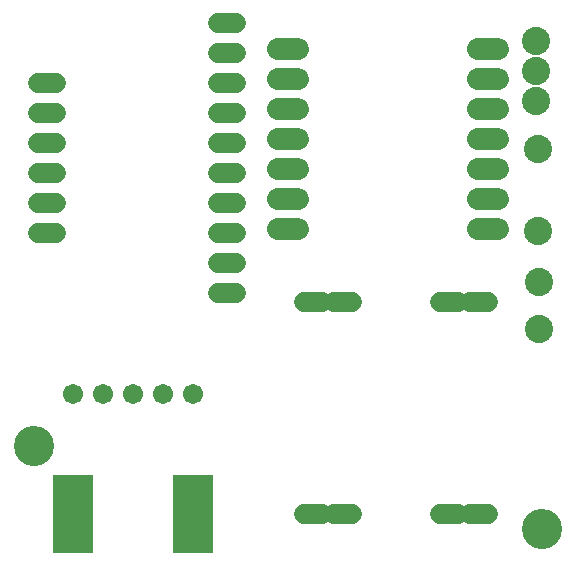
<source format=gbr>
G04 EAGLE Gerber RS-274X export*
G75*
%MOMM*%
%FSLAX34Y34*%
%LPD*%
%INSoldermask Bottom*%
%IPPOS*%
%AMOC8*
5,1,8,0,0,1.08239X$1,22.5*%
G01*
G04 Define Apertures*
%ADD10C,3.403200*%
%ADD11C,1.903200*%
%ADD12C,1.711200*%
%ADD13R,3.454400X6.654800*%
%ADD14C,1.711200*%
%ADD15C,2.387600*%
D10*
X310000Y210000D03*
X740000Y140000D03*
D11*
X533400Y546100D02*
X516400Y546100D01*
X516400Y520700D02*
X533400Y520700D01*
X533400Y495300D02*
X516400Y495300D01*
X516400Y469900D02*
X533400Y469900D01*
X533400Y444500D02*
X516400Y444500D01*
X516400Y419100D02*
X533400Y419100D01*
X533400Y393700D02*
X516400Y393700D01*
X685800Y393700D02*
X702800Y393700D01*
X702800Y419100D02*
X685800Y419100D01*
X685800Y444500D02*
X702800Y444500D01*
X702800Y469900D02*
X685800Y469900D01*
X685800Y495300D02*
X702800Y495300D01*
X702800Y520700D02*
X685800Y520700D01*
X685800Y546100D02*
X702800Y546100D01*
D12*
X480804Y339604D02*
X465724Y339604D01*
X465724Y365004D02*
X480804Y365004D01*
X480804Y390404D02*
X465724Y390404D01*
X465724Y415804D02*
X480804Y415804D01*
X480804Y441204D02*
X465724Y441204D01*
X465724Y466604D02*
X480804Y466604D01*
X480804Y492004D02*
X465724Y492004D01*
X465724Y517404D02*
X480804Y517404D01*
X480804Y542804D02*
X465724Y542804D01*
X465724Y568204D02*
X480804Y568204D01*
X328404Y390404D02*
X313324Y390404D01*
X313324Y415804D02*
X328404Y415804D01*
X328404Y441204D02*
X313324Y441204D01*
X313324Y466604D02*
X328404Y466604D01*
X328404Y492004D02*
X313324Y492004D01*
X313324Y517404D02*
X328404Y517404D01*
X538560Y152400D02*
X553640Y152400D01*
X563960Y152400D02*
X579040Y152400D01*
X653960Y152400D02*
X669040Y152400D01*
X679360Y152400D02*
X694440Y152400D01*
X553640Y332400D02*
X538560Y332400D01*
X563960Y332400D02*
X579040Y332400D01*
X653960Y332400D02*
X669040Y332400D01*
X679360Y332400D02*
X694440Y332400D01*
D13*
X342900Y152400D03*
X444500Y152400D03*
D14*
X342900Y254000D03*
X368300Y254000D03*
X393700Y254000D03*
X419100Y254000D03*
X444500Y254000D03*
D15*
X734850Y502600D03*
X734850Y528000D03*
X734850Y553400D03*
X736600Y461800D03*
X736600Y391800D03*
X737400Y349400D03*
X737400Y309400D03*
M02*

</source>
